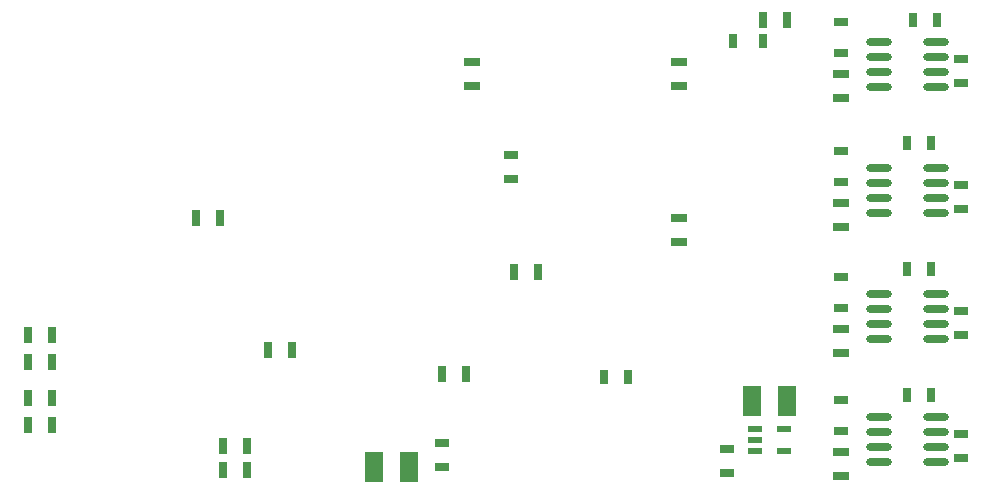
<source format=gtp>
G04 Layer_Color=8421504*
%FSLAX25Y25*%
%MOIN*%
G70*
G01*
G75*
%ADD10R,0.03150X0.05512*%
%ADD11R,0.02756X0.05118*%
%ADD12R,0.05118X0.02756*%
%ADD13R,0.06299X0.10236*%
%ADD14R,0.04724X0.01968*%
%ADD15R,0.05512X0.03150*%
%ADD16R,0.03150X0.04724*%
%ADD17R,0.04724X0.03150*%
%ADD18O,0.08661X0.02362*%
D10*
X340000Y353000D02*
D03*
X332000D02*
D03*
X412000Y369000D02*
D03*
X420000D02*
D03*
X340000Y365000D02*
D03*
X332000D02*
D03*
X405000Y329000D02*
D03*
X397000D02*
D03*
X405000Y337000D02*
D03*
X397000D02*
D03*
X396000Y413000D02*
D03*
X388000D02*
D03*
X502000Y395000D02*
D03*
X494000D02*
D03*
X585000Y479000D02*
D03*
X577000D02*
D03*
X340000Y374000D02*
D03*
X332000D02*
D03*
X340000Y344000D02*
D03*
X332000D02*
D03*
X478000Y361000D02*
D03*
X470000D02*
D03*
D11*
X633000Y354000D02*
D03*
X625000D02*
D03*
X633000Y396000D02*
D03*
X625000D02*
D03*
X633000Y438000D02*
D03*
X625000D02*
D03*
X635000Y479000D02*
D03*
X627000D02*
D03*
X532000Y360000D02*
D03*
X524000D02*
D03*
D12*
X643000Y341000D02*
D03*
Y333000D02*
D03*
X565000Y328000D02*
D03*
Y336000D02*
D03*
X643000Y382000D02*
D03*
Y374000D02*
D03*
Y424000D02*
D03*
Y416000D02*
D03*
Y466000D02*
D03*
Y458000D02*
D03*
X493000Y434000D02*
D03*
Y426000D02*
D03*
X470000Y330000D02*
D03*
Y338000D02*
D03*
D13*
X584905Y352000D02*
D03*
X573095D02*
D03*
X447094Y330000D02*
D03*
X458906D02*
D03*
D14*
X583724Y342740D02*
D03*
X574276D02*
D03*
Y339000D02*
D03*
Y335260D02*
D03*
X583724D02*
D03*
D15*
X549000Y457000D02*
D03*
Y465000D02*
D03*
X480000Y457000D02*
D03*
Y465000D02*
D03*
X549000Y413000D02*
D03*
Y405000D02*
D03*
X603000Y327000D02*
D03*
Y335000D02*
D03*
Y368000D02*
D03*
Y376000D02*
D03*
Y410000D02*
D03*
Y418000D02*
D03*
Y453000D02*
D03*
Y461000D02*
D03*
D16*
X566764Y472000D02*
D03*
X577000Y472000D02*
D03*
D17*
X603000Y352236D02*
D03*
X603000Y342000D02*
D03*
X603000Y393236D02*
D03*
X603000Y383000D02*
D03*
X603000Y435236D02*
D03*
X603000Y425000D02*
D03*
X603000Y478236D02*
D03*
X603000Y468000D02*
D03*
D18*
X634449Y414500D02*
D03*
Y419500D02*
D03*
Y424500D02*
D03*
Y429500D02*
D03*
X615551Y414500D02*
D03*
Y419500D02*
D03*
Y424500D02*
D03*
Y429500D02*
D03*
X634449Y456500D02*
D03*
Y461500D02*
D03*
Y466500D02*
D03*
Y471500D02*
D03*
X615551Y456500D02*
D03*
Y461500D02*
D03*
Y466500D02*
D03*
Y471500D02*
D03*
X634449Y372500D02*
D03*
Y377500D02*
D03*
Y382500D02*
D03*
Y387500D02*
D03*
X615551Y372500D02*
D03*
Y377500D02*
D03*
Y382500D02*
D03*
Y387500D02*
D03*
X634449Y331500D02*
D03*
Y336500D02*
D03*
Y341500D02*
D03*
Y346500D02*
D03*
X615551Y331500D02*
D03*
Y336500D02*
D03*
Y341500D02*
D03*
Y346500D02*
D03*
M02*

</source>
